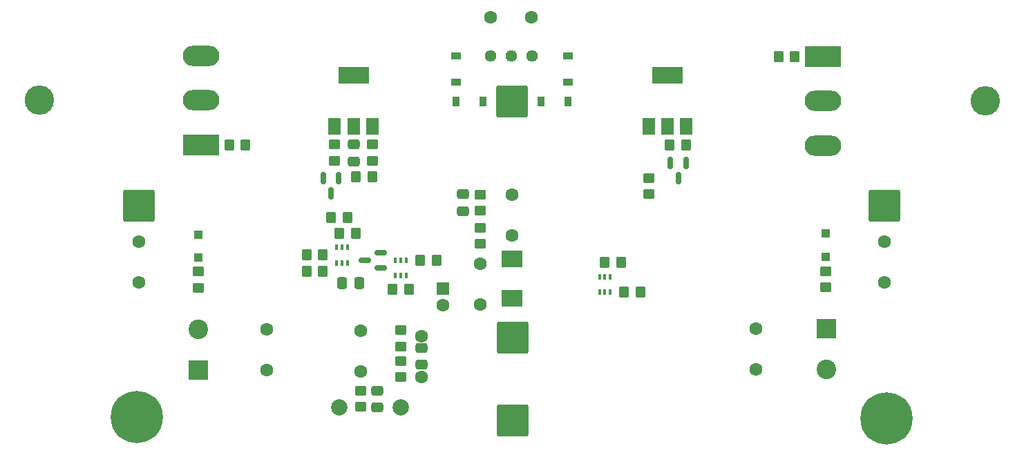
<source format=gbr>
G04 #@! TF.GenerationSoftware,KiCad,Pcbnew,(6.0.1-0)*
G04 #@! TF.CreationDate,2022-01-24T19:37:36+01:00*
G04 #@! TF.ProjectId,amp-mosfet-80w,616d702d-6d6f-4736-9665-742d3830772e,rev?*
G04 #@! TF.SameCoordinates,Original*
G04 #@! TF.FileFunction,Soldermask,Top*
G04 #@! TF.FilePolarity,Negative*
%FSLAX46Y46*%
G04 Gerber Fmt 4.6, Leading zero omitted, Abs format (unit mm)*
G04 Created by KiCad (PCBNEW (6.0.1-0)) date 2022-01-24 19:37:36*
%MOMM*%
%LPD*%
G01*
G04 APERTURE LIST*
G04 Aperture macros list*
%AMRoundRect*
0 Rectangle with rounded corners*
0 $1 Rounding radius*
0 $2 $3 $4 $5 $6 $7 $8 $9 X,Y pos of 4 corners*
0 Add a 4 corners polygon primitive as box body*
4,1,4,$2,$3,$4,$5,$6,$7,$8,$9,$2,$3,0*
0 Add four circle primitives for the rounded corners*
1,1,$1+$1,$2,$3*
1,1,$1+$1,$4,$5*
1,1,$1+$1,$6,$7*
1,1,$1+$1,$8,$9*
0 Add four rect primitives between the rounded corners*
20,1,$1+$1,$2,$3,$4,$5,0*
20,1,$1+$1,$4,$5,$6,$7,0*
20,1,$1+$1,$6,$7,$8,$9,0*
20,1,$1+$1,$8,$9,$2,$3,0*%
G04 Aperture macros list end*
%ADD10C,1.600000*%
%ADD11RoundRect,0.250000X-0.475000X0.337500X-0.475000X-0.337500X0.475000X-0.337500X0.475000X0.337500X0*%
%ADD12R,1.600000X1.600000*%
%ADD13R,2.400000X2.400000*%
%ADD14C,2.400000*%
%ADD15R,1.200000X0.900000*%
%ADD16R,0.900000X1.200000*%
%ADD17R,1.100000X1.100000*%
%ADD18C,2.000000*%
%ADD19RoundRect,0.250001X-1.699999X-1.699999X1.699999X-1.699999X1.699999X1.699999X-1.699999X1.699999X0*%
%ADD20C,6.400000*%
%ADD21C,0.800000*%
%ADD22RoundRect,0.249999X-0.450001X0.350001X-0.450001X-0.350001X0.450001X-0.350001X0.450001X0.350001X0*%
%ADD23RoundRect,0.249999X-0.350001X-0.450001X0.350001X-0.450001X0.350001X0.450001X-0.350001X0.450001X0*%
%ADD24RoundRect,0.249999X0.350001X0.450001X-0.350001X0.450001X-0.350001X-0.450001X0.350001X-0.450001X0*%
%ADD25RoundRect,0.250000X0.350000X0.450000X-0.350000X0.450000X-0.350000X-0.450000X0.350000X-0.450000X0*%
%ADD26RoundRect,0.249999X0.450001X-0.350001X0.450001X0.350001X-0.450001X0.350001X-0.450001X-0.350001X0*%
%ADD27R,2.600000X2.100000*%
%ADD28RoundRect,0.150000X-0.150000X0.587500X-0.150000X-0.587500X0.150000X-0.587500X0.150000X0.587500X0*%
%ADD29R,1.500000X2.000000*%
%ADD30R,3.800000X2.000000*%
%ADD31R,0.400000X0.650000*%
%ADD32C,1.440000*%
%ADD33RoundRect,0.250000X-0.350000X-0.450000X0.350000X-0.450000X0.350000X0.450000X-0.350000X0.450000X0*%
%ADD34RoundRect,0.250000X0.337500X0.475000X-0.337500X0.475000X-0.337500X-0.475000X0.337500X-0.475000X0*%
%ADD35RoundRect,0.250000X-0.450000X0.350000X-0.450000X-0.350000X0.450000X-0.350000X0.450000X0.350000X0*%
%ADD36RoundRect,0.150000X0.587500X0.150000X-0.587500X0.150000X-0.587500X-0.150000X0.587500X-0.150000X0*%
%ADD37RoundRect,0.250000X0.475000X-0.337500X0.475000X0.337500X-0.475000X0.337500X-0.475000X-0.337500X0*%
%ADD38O,3.600000X3.600000*%
%ADD39R,4.500000X2.500000*%
%ADD40O,4.500000X2.500000*%
G04 APERTURE END LIST*
D10*
X140800000Y-85037500D03*
X140800000Y-90037500D03*
D11*
X148300000Y-87162500D03*
X148300000Y-89237500D03*
D12*
X150939500Y-79883000D03*
D10*
X150939500Y-81883000D03*
D11*
X153400000Y-68325000D03*
X153400000Y-70400000D03*
D10*
X155448000Y-76835000D03*
X155448000Y-81835000D03*
X189230000Y-84789000D03*
X189230000Y-89789000D03*
D13*
X197866000Y-84772500D03*
D14*
X197866000Y-89772500D03*
D10*
X159385000Y-68326000D03*
X159385000Y-73326000D03*
D15*
X166243000Y-54608000D03*
X166243000Y-51308000D03*
D16*
X166242000Y-56896000D03*
X162942000Y-56896000D03*
X152528000Y-56896000D03*
X155828000Y-56896000D03*
D15*
X152527000Y-54608000D03*
X152527000Y-51308000D03*
D17*
X197850000Y-75950000D03*
X197850000Y-73150000D03*
D18*
X138190000Y-94458500D03*
X145746500Y-94458500D03*
D19*
X204978000Y-69723000D03*
X159385000Y-56896000D03*
X159448500Y-85852000D03*
X159448500Y-96012000D03*
D20*
X113411000Y-95631000D03*
D21*
X113411000Y-93231000D03*
X113411000Y-98031000D03*
X111713944Y-93933944D03*
X111011000Y-95631000D03*
X115108056Y-93933944D03*
X111713944Y-97328056D03*
X115108056Y-97328056D03*
X115811000Y-95631000D03*
X203534944Y-94060944D03*
X206929056Y-97455056D03*
D20*
X205232000Y-95758000D03*
D21*
X202832000Y-95758000D03*
X205232000Y-98158000D03*
X203534944Y-97455056D03*
X206929056Y-94060944D03*
X205232000Y-93358000D03*
X207632000Y-95758000D03*
D22*
X145746500Y-88743500D03*
X145746500Y-90743500D03*
X145746500Y-84965500D03*
X145746500Y-86965500D03*
D23*
X173100000Y-80300000D03*
X175100000Y-80300000D03*
D24*
X172750000Y-76700000D03*
X170750000Y-76700000D03*
D25*
X146750000Y-80000000D03*
X144750000Y-80000000D03*
D22*
X155448000Y-72390000D03*
X155448000Y-74390000D03*
X155448000Y-68326000D03*
X155448000Y-70326000D03*
D23*
X124714000Y-62230000D03*
X126714000Y-62230000D03*
D26*
X197850000Y-79750000D03*
X197850000Y-77750000D03*
D27*
X159385000Y-76200000D03*
X159385000Y-81100000D03*
D24*
X194024000Y-51435000D03*
X192024000Y-51435000D03*
D10*
X204978000Y-74104500D03*
X204978000Y-79104500D03*
D22*
X120900000Y-77800000D03*
X120900000Y-79800000D03*
D10*
X129286000Y-89836000D03*
X129286000Y-84836000D03*
D13*
X120904000Y-89836000D03*
D14*
X120904000Y-84836000D03*
D24*
X139200000Y-71150000D03*
X137200000Y-71150000D03*
X136200000Y-77775000D03*
X134200000Y-77775000D03*
D28*
X180700000Y-64462500D03*
X178800000Y-64462500D03*
X179750000Y-66337500D03*
D29*
X137654000Y-60021000D03*
D30*
X139954000Y-53721000D03*
D29*
X139954000Y-60021000D03*
X142254000Y-60021000D03*
D31*
X145100000Y-78300000D03*
X145750000Y-78300000D03*
X146400000Y-78300000D03*
X146400000Y-76400000D03*
X145750000Y-76400000D03*
X145100000Y-76400000D03*
X170101500Y-80319500D03*
X170751500Y-80319500D03*
X171401500Y-80319500D03*
X171401500Y-78419500D03*
X170751500Y-78419500D03*
X170101500Y-78419500D03*
D19*
X113665000Y-69723000D03*
D10*
X113665000Y-79104500D03*
X113665000Y-74104500D03*
D17*
X120900000Y-73250000D03*
X120900000Y-76050000D03*
D10*
X156718000Y-46609000D03*
X161718000Y-46609000D03*
D32*
X161798000Y-51308000D03*
X159258000Y-51308000D03*
X156718000Y-51308000D03*
D33*
X178700000Y-62300000D03*
X180700000Y-62300000D03*
D25*
X140200000Y-73125000D03*
X138200000Y-73125000D03*
D31*
X137900000Y-76725000D03*
X138550000Y-76725000D03*
X139200000Y-76725000D03*
X139200000Y-74825000D03*
X138550000Y-74825000D03*
X137900000Y-74825000D03*
D10*
X148300000Y-85737500D03*
X148300000Y-90737500D03*
D25*
X150150000Y-76400000D03*
X148150000Y-76400000D03*
D33*
X140250000Y-66200000D03*
X142250000Y-66200000D03*
D34*
X140650000Y-79200000D03*
X138575000Y-79200000D03*
D29*
X176100000Y-60000000D03*
D30*
X178400000Y-53700000D03*
D29*
X178400000Y-60000000D03*
X180700000Y-60000000D03*
D35*
X142240000Y-62200000D03*
X142240000Y-64200000D03*
D11*
X139954000Y-62204600D03*
X139954000Y-64279600D03*
D25*
X136200000Y-75775000D03*
X134200000Y-75775000D03*
D36*
X143250000Y-77350000D03*
X143250000Y-75450000D03*
X141375000Y-76400000D03*
D28*
X138150000Y-66312500D03*
X136250000Y-66312500D03*
X137200000Y-68187500D03*
D35*
X140800000Y-92400000D03*
X140800000Y-94400000D03*
X176100000Y-66300000D03*
X176100000Y-68300000D03*
X137650000Y-62200000D03*
X137650000Y-64200000D03*
D37*
X142900000Y-94475000D03*
X142900000Y-92400000D03*
D38*
X101425000Y-56780000D03*
D39*
X121285000Y-62230000D03*
D40*
X121285000Y-56780000D03*
X121285000Y-51330000D03*
D38*
X217345000Y-56885000D03*
D39*
X197485000Y-51435000D03*
D40*
X197485000Y-56885000D03*
X197485000Y-62335000D03*
M02*

</source>
